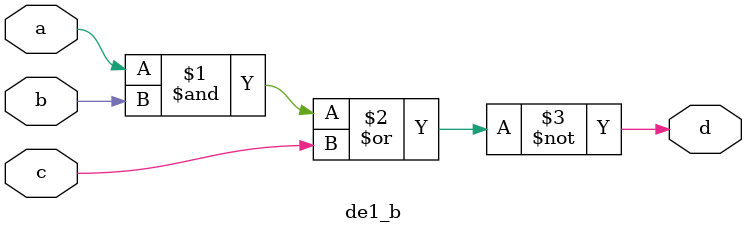
<source format=v>
`timescale 1ns / 1ps

module de1_b(
    input a, b, c,
    output d
    );
    assign d = ~((a & b) | c);
endmodule
</source>
